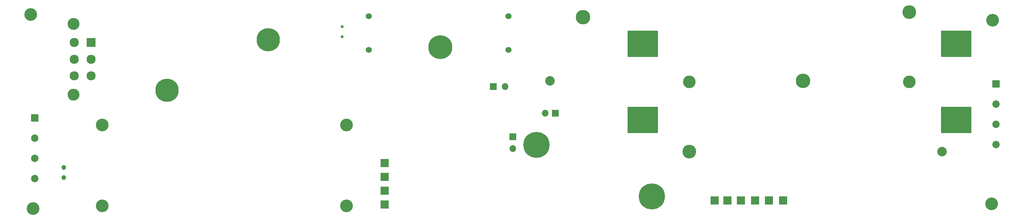
<source format=gts>
G04 #@! TF.GenerationSoftware,KiCad,Pcbnew,7.0.9*
G04 #@! TF.CreationDate,2024-04-01T22:01:12-07:00*
G04 #@! TF.ProjectId,AVcarrierBoard,41566361-7272-4696-9572-426f6172642e,rev?*
G04 #@! TF.SameCoordinates,Original*
G04 #@! TF.FileFunction,Soldermask,Top*
G04 #@! TF.FilePolarity,Negative*
%FSLAX46Y46*%
G04 Gerber Fmt 4.6, Leading zero omitted, Abs format (unit mm)*
G04 Created by KiCad (PCBNEW 7.0.9) date 2024-04-01 22:01:12*
%MOMM*%
%LPD*%
G01*
G04 APERTURE LIST*
G04 Aperture macros list*
%AMRoundRect*
0 Rectangle with rounded corners*
0 $1 Rounding radius*
0 $2 $3 $4 $5 $6 $7 $8 $9 X,Y pos of 4 corners*
0 Add a 4 corners polygon primitive as box body*
4,1,4,$2,$3,$4,$5,$6,$7,$8,$9,$2,$3,0*
0 Add four circle primitives for the rounded corners*
1,1,$1+$1,$2,$3*
1,1,$1+$1,$4,$5*
1,1,$1+$1,$6,$7*
1,1,$1+$1,$8,$9*
0 Add four rect primitives between the rounded corners*
20,1,$1+$1,$2,$3,$4,$5,0*
20,1,$1+$1,$4,$5,$6,$7,0*
20,1,$1+$1,$6,$7,$8,$9,0*
20,1,$1+$1,$8,$9,$2,$3,0*%
G04 Aperture macros list end*
%ADD10C,2.999999*%
%ADD11R,2.300000X2.300000*%
%ADD12C,2.300000*%
%ADD13C,3.170000*%
%ADD14C,3.450000*%
%ADD15C,2.390000*%
%ADD16RoundRect,0.102000X-3.670000X-3.175000X3.670000X-3.175000X3.670000X3.175000X-3.670000X3.175000X0*%
%ADD17C,3.654400*%
%ADD18C,2.387600*%
%ADD19R,1.700000X1.700000*%
%ADD20O,1.700000X1.700000*%
%ADD21RoundRect,0.102000X-0.825000X0.825000X-0.825000X-0.825000X0.825000X-0.825000X0.825000X0.825000X0*%
%ADD22C,1.854000*%
%ADD23C,3.200000*%
%ADD24R,2.032000X2.032000*%
%ADD25C,1.200000*%
%ADD26C,6.560820*%
%ADD27C,5.842000*%
%ADD28C,0.762000*%
%ADD29C,6.000000*%
%ADD30C,1.524000*%
G04 APERTURE END LIST*
D10*
X39166800Y-90830400D03*
X39166800Y-73030436D03*
D11*
X43557799Y-77730434D03*
D12*
X43557799Y-81930433D03*
X43557799Y-86130432D03*
X39357800Y-77730434D03*
X39357800Y-81930433D03*
X39357800Y-86130432D03*
D13*
X193720000Y-87630000D03*
D14*
X193720000Y-105135000D03*
X248920000Y-70125000D03*
D13*
X248920000Y-87630000D03*
D15*
X257140000Y-105135000D03*
D16*
X181990000Y-78075000D03*
X260650000Y-78075000D03*
X181990000Y-97185000D03*
X260650000Y-97185000D03*
D17*
X222250000Y-87376000D03*
X167005000Y-71374000D03*
D18*
X158775400Y-87376000D03*
D19*
X144470200Y-88798400D03*
D20*
X147440200Y-88798400D03*
D21*
X29464000Y-96723200D03*
D22*
X29464000Y-101803200D03*
X29464000Y-106883200D03*
X29464000Y-111963200D03*
D23*
X46418750Y-98503750D03*
X46418750Y-118823750D03*
X107696250Y-98503750D03*
X107696250Y-118823750D03*
D24*
X117275000Y-108060000D03*
X117275000Y-111520000D03*
X117275000Y-114980000D03*
X117275000Y-118440000D03*
D25*
X36735000Y-109140000D03*
X36735000Y-111680000D03*
D23*
X28448000Y-70713600D03*
X29006800Y-119430800D03*
D21*
X270650000Y-88137500D03*
D22*
X270650000Y-93217500D03*
X270650000Y-98297500D03*
X270650000Y-103377500D03*
D23*
X269595600Y-118262400D03*
D19*
X160070800Y-95504000D03*
D20*
X157530800Y-95504000D03*
D23*
X269849600Y-72136000D03*
D26*
X155321000Y-103505000D03*
X184264300Y-116459000D03*
D24*
X217265000Y-117475000D03*
X213725000Y-117475000D03*
X210185000Y-117475000D03*
X206645000Y-117475000D03*
X203265000Y-117475000D03*
X200025000Y-117475000D03*
D27*
X62616800Y-89756000D03*
X88016800Y-77056000D03*
D28*
X106599387Y-76305535D03*
X106599387Y-73765535D03*
D29*
X131210000Y-78920000D03*
D30*
X148310000Y-71120000D03*
X148310000Y-79620000D03*
X113310000Y-71120000D03*
X113310000Y-79620000D03*
D19*
X149453600Y-101442600D03*
D20*
X149453600Y-104412600D03*
M02*

</source>
